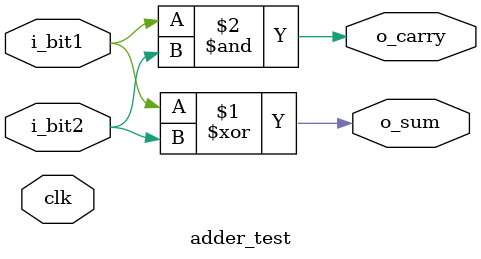
<source format=v>
`timescale 1ns / 1ps


module adder_test
  (
   clk,
   i_bit1,
   i_bit2,
   o_sum,
   o_carry
   );
  
  input wire clk;
  input wire i_bit1;
  input wire i_bit2;
  output wire o_sum;
  output wire o_carry;
 
  assign o_sum   = i_bit1 ^ i_bit2;  // bitwise xor
  assign o_carry = i_bit1 & i_bit2;  // bitwise and
 
endmodule 

</source>
